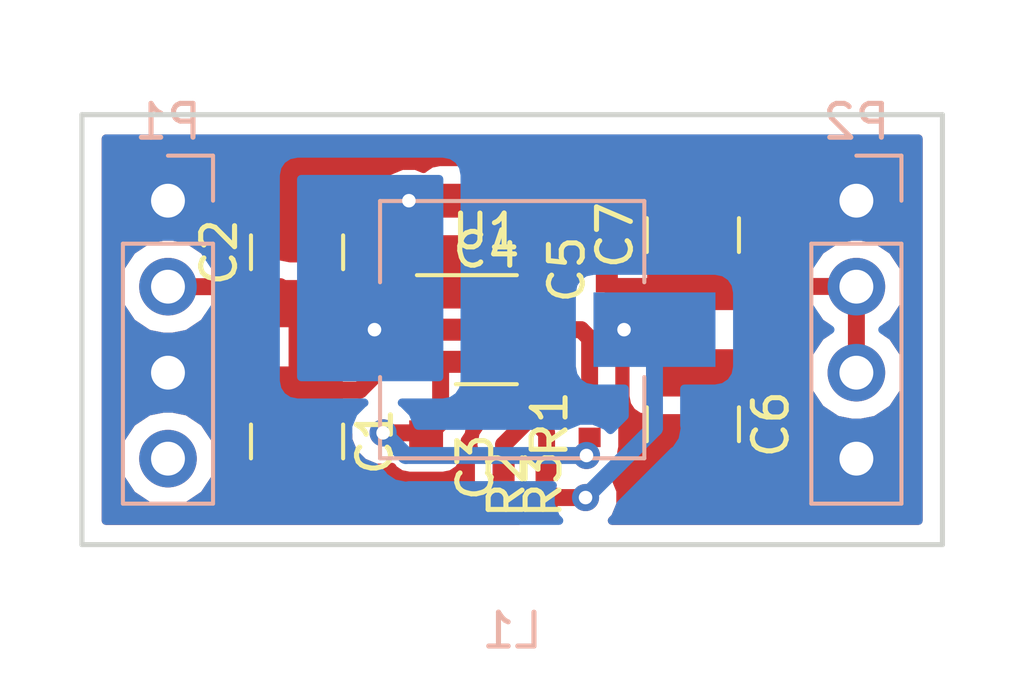
<source format=kicad_pcb>
(kicad_pcb (version 20171130) (host pcbnew "(5.0.0-rc2-30-gcd5f72788)")

  (general
    (thickness 1.6)
    (drawings 4)
    (tracks 55)
    (zones 0)
    (modules 14)
    (nets 8)
  )

  (page A4)
  (layers
    (0 F.Cu signal)
    (31 B.Cu signal)
    (32 B.Adhes user)
    (33 F.Adhes user)
    (34 B.Paste user)
    (35 F.Paste user)
    (36 B.SilkS user)
    (37 F.SilkS user)
    (38 B.Mask user)
    (39 F.Mask user)
    (40 Dwgs.User user)
    (41 Cmts.User user)
    (42 Eco1.User user)
    (43 Eco2.User user)
    (44 Edge.Cuts user)
    (45 Margin user)
    (46 B.CrtYd user)
    (47 F.CrtYd user)
    (48 B.Fab user)
    (49 F.Fab user)
  )

  (setup
    (last_trace_width 0.5)
    (trace_clearance 0.2)
    (zone_clearance 0.508)
    (zone_45_only no)
    (trace_min 0.2)
    (segment_width 0.2)
    (edge_width 0.15)
    (via_size 0.8)
    (via_drill 0.4)
    (via_min_size 0.4)
    (via_min_drill 0.3)
    (uvia_size 0.3)
    (uvia_drill 0.1)
    (uvias_allowed no)
    (uvia_min_size 0.2)
    (uvia_min_drill 0.1)
    (pcb_text_width 0.3)
    (pcb_text_size 1.5 1.5)
    (mod_edge_width 0.15)
    (mod_text_size 1 1)
    (mod_text_width 0.15)
    (pad_size 1.524 1.524)
    (pad_drill 0.762)
    (pad_to_mask_clearance 0.2)
    (aux_axis_origin 0 0)
    (visible_elements 7FFFFFFF)
    (pcbplotparams
      (layerselection 0x010fc_ffffffff)
      (usegerberextensions false)
      (usegerberattributes false)
      (usegerberadvancedattributes false)
      (creategerberjobfile false)
      (excludeedgelayer true)
      (linewidth 0.100000)
      (plotframeref false)
      (viasonmask false)
      (mode 1)
      (useauxorigin false)
      (hpglpennumber 1)
      (hpglpenspeed 20)
      (hpglpendiameter 15)
      (psnegative false)
      (psa4output false)
      (plotreference true)
      (plotvalue true)
      (plotinvisibletext false)
      (padsonsilk false)
      (subtractmaskfromsilk false)
      (outputformat 1)
      (mirror false)
      (drillshape 1)
      (scaleselection 1)
      (outputdirectory ""))
  )

  (net 0 "")
  (net 1 SW)
  (net 2 VOUT)
  (net 3 VIN)
  (net 4 EN)
  (net 5 FB)
  (net 6 GND)
  (net 7 BOOT)

  (net_class Default "Dies ist die voreingestellte Netzklasse."
    (clearance 0.2)
    (trace_width 0.5)
    (via_dia 0.8)
    (via_drill 0.4)
    (uvia_dia 0.3)
    (uvia_drill 0.1)
    (add_net BOOT)
    (add_net EN)
    (add_net FB)
    (add_net GND)
    (add_net SW)
    (add_net VIN)
    (add_net VOUT)
  )

  (module Connector_PinHeader_2.54mm:PinHeader_1x04_P2.54mm_Vertical (layer B.Cu) (tedit 59FED5CC) (tstamp 5B2DA983)
    (at 119.38 96.52 180)
    (descr "Through hole straight pin header, 1x04, 2.54mm pitch, single row")
    (tags "Through hole pin header THT 1x04 2.54mm single row")
    (path /5B1A2E4C)
    (fp_text reference P2 (at 0 2.33 180) (layer B.SilkS)
      (effects (font (size 1 1) (thickness 0.15)) (justify mirror))
    )
    (fp_text value CONN_01X04 (at 0 -9.95 180) (layer B.Fab)
      (effects (font (size 1 1) (thickness 0.15)) (justify mirror))
    )
    (fp_text user %R (at 0 -3.81 90) (layer B.Fab)
      (effects (font (size 1 1) (thickness 0.15)) (justify mirror))
    )
    (fp_line (start 1.8 1.8) (end -1.8 1.8) (layer B.CrtYd) (width 0.05))
    (fp_line (start 1.8 -9.4) (end 1.8 1.8) (layer B.CrtYd) (width 0.05))
    (fp_line (start -1.8 -9.4) (end 1.8 -9.4) (layer B.CrtYd) (width 0.05))
    (fp_line (start -1.8 1.8) (end -1.8 -9.4) (layer B.CrtYd) (width 0.05))
    (fp_line (start -1.33 1.33) (end 0 1.33) (layer B.SilkS) (width 0.12))
    (fp_line (start -1.33 0) (end -1.33 1.33) (layer B.SilkS) (width 0.12))
    (fp_line (start -1.33 -1.27) (end 1.33 -1.27) (layer B.SilkS) (width 0.12))
    (fp_line (start 1.33 -1.27) (end 1.33 -8.95) (layer B.SilkS) (width 0.12))
    (fp_line (start -1.33 -1.27) (end -1.33 -8.95) (layer B.SilkS) (width 0.12))
    (fp_line (start -1.33 -8.95) (end 1.33 -8.95) (layer B.SilkS) (width 0.12))
    (fp_line (start -1.27 0.635) (end -0.635 1.27) (layer B.Fab) (width 0.1))
    (fp_line (start -1.27 -8.89) (end -1.27 0.635) (layer B.Fab) (width 0.1))
    (fp_line (start 1.27 -8.89) (end -1.27 -8.89) (layer B.Fab) (width 0.1))
    (fp_line (start 1.27 1.27) (end 1.27 -8.89) (layer B.Fab) (width 0.1))
    (fp_line (start -0.635 1.27) (end 1.27 1.27) (layer B.Fab) (width 0.1))
    (pad 4 thru_hole oval (at 0 -7.62 180) (size 1.7 1.7) (drill 1) (layers *.Cu *.Mask)
      (net 6 GND))
    (pad 3 thru_hole oval (at 0 -5.08 180) (size 1.7 1.7) (drill 1) (layers *.Cu *.Mask)
      (net 2 VOUT))
    (pad 2 thru_hole oval (at 0 -2.54 180) (size 1.7 1.7) (drill 1) (layers *.Cu *.Mask)
      (net 2 VOUT))
    (pad 1 thru_hole rect (at 0 0 180) (size 1.7 1.7) (drill 1) (layers *.Cu *.Mask)
      (net 6 GND))
    (model ${KISYS3DMOD}/Connector_PinHeader_2.54mm.3dshapes/PinHeader_1x04_P2.54mm_Vertical.wrl
      (at (xyz 0 0 0))
      (scale (xyz 1 1 1))
      (rotate (xyz 0 0 0))
    )
  )

  (module Connector_PinHeader_2.54mm:PinHeader_1x04_P2.54mm_Vertical (layer B.Cu) (tedit 59FED5CC) (tstamp 5B2DA96C)
    (at 99.06 96.52 180)
    (descr "Through hole straight pin header, 1x04, 2.54mm pitch, single row")
    (tags "Through hole pin header THT 1x04 2.54mm single row")
    (path /5B1A2ECE)
    (fp_text reference P1 (at 0 2.33 180) (layer B.SilkS)
      (effects (font (size 1 1) (thickness 0.15)) (justify mirror))
    )
    (fp_text value CONN_01X04 (at 0 -9.95 180) (layer B.Fab)
      (effects (font (size 1 1) (thickness 0.15)) (justify mirror))
    )
    (fp_line (start -0.635 1.27) (end 1.27 1.27) (layer B.Fab) (width 0.1))
    (fp_line (start 1.27 1.27) (end 1.27 -8.89) (layer B.Fab) (width 0.1))
    (fp_line (start 1.27 -8.89) (end -1.27 -8.89) (layer B.Fab) (width 0.1))
    (fp_line (start -1.27 -8.89) (end -1.27 0.635) (layer B.Fab) (width 0.1))
    (fp_line (start -1.27 0.635) (end -0.635 1.27) (layer B.Fab) (width 0.1))
    (fp_line (start -1.33 -8.95) (end 1.33 -8.95) (layer B.SilkS) (width 0.12))
    (fp_line (start -1.33 -1.27) (end -1.33 -8.95) (layer B.SilkS) (width 0.12))
    (fp_line (start 1.33 -1.27) (end 1.33 -8.95) (layer B.SilkS) (width 0.12))
    (fp_line (start -1.33 -1.27) (end 1.33 -1.27) (layer B.SilkS) (width 0.12))
    (fp_line (start -1.33 0) (end -1.33 1.33) (layer B.SilkS) (width 0.12))
    (fp_line (start -1.33 1.33) (end 0 1.33) (layer B.SilkS) (width 0.12))
    (fp_line (start -1.8 1.8) (end -1.8 -9.4) (layer B.CrtYd) (width 0.05))
    (fp_line (start -1.8 -9.4) (end 1.8 -9.4) (layer B.CrtYd) (width 0.05))
    (fp_line (start 1.8 -9.4) (end 1.8 1.8) (layer B.CrtYd) (width 0.05))
    (fp_line (start 1.8 1.8) (end -1.8 1.8) (layer B.CrtYd) (width 0.05))
    (fp_text user %R (at 0 -3.81 90) (layer B.Fab)
      (effects (font (size 1 1) (thickness 0.15)) (justify mirror))
    )
    (pad 1 thru_hole rect (at 0 0 180) (size 1.7 1.7) (drill 1) (layers *.Cu *.Mask)
      (net 6 GND))
    (pad 2 thru_hole oval (at 0 -2.54 180) (size 1.7 1.7) (drill 1) (layers *.Cu *.Mask)
      (net 3 VIN))
    (pad 3 thru_hole oval (at 0 -5.08 180) (size 1.7 1.7) (drill 1) (layers *.Cu *.Mask)
      (net 6 GND))
    (pad 4 thru_hole oval (at 0 -7.62 180) (size 1.7 1.7) (drill 1) (layers *.Cu *.Mask)
      (net 4 EN))
    (model ${KISYS3DMOD}/Connector_PinHeader_2.54mm.3dshapes/PinHeader_1x04_P2.54mm_Vertical.wrl
      (at (xyz 0 0 0))
      (scale (xyz 1 1 1))
      (rotate (xyz 0 0 0))
    )
  )

  (module Package_TO_SOT_SMD:SOT-23-6_Handsoldering (layer F.Cu) (tedit 5A02FF57) (tstamp 5B25B0BE)
    (at 108.458 100.33)
    (descr "6-pin SOT-23 package, Handsoldering")
    (tags "SOT-23-6 Handsoldering")
    (path /5B19C100)
    (attr smd)
    (fp_text reference U1 (at 0 -2.9) (layer F.SilkS)
      (effects (font (size 1 1) (thickness 0.15)))
    )
    (fp_text value TPS54308DDC (at 0 2.9) (layer F.Fab)
      (effects (font (size 1 1) (thickness 0.15)))
    )
    (fp_text user %R (at 0 0 90) (layer F.Fab)
      (effects (font (size 0.5 0.5) (thickness 0.075)))
    )
    (fp_line (start -0.9 1.61) (end 0.9 1.61) (layer F.SilkS) (width 0.12))
    (fp_line (start 0.9 -1.61) (end -2.05 -1.61) (layer F.SilkS) (width 0.12))
    (fp_line (start -2.4 1.8) (end -2.4 -1.8) (layer F.CrtYd) (width 0.05))
    (fp_line (start 2.4 1.8) (end -2.4 1.8) (layer F.CrtYd) (width 0.05))
    (fp_line (start 2.4 -1.8) (end 2.4 1.8) (layer F.CrtYd) (width 0.05))
    (fp_line (start -2.4 -1.8) (end 2.4 -1.8) (layer F.CrtYd) (width 0.05))
    (fp_line (start -0.9 -0.9) (end -0.25 -1.55) (layer F.Fab) (width 0.1))
    (fp_line (start 0.9 -1.55) (end -0.25 -1.55) (layer F.Fab) (width 0.1))
    (fp_line (start -0.9 -0.9) (end -0.9 1.55) (layer F.Fab) (width 0.1))
    (fp_line (start 0.9 1.55) (end -0.9 1.55) (layer F.Fab) (width 0.1))
    (fp_line (start 0.9 -1.55) (end 0.9 1.55) (layer F.Fab) (width 0.1))
    (pad 1 smd rect (at -1.35 -0.95) (size 1.56 0.65) (layers F.Cu F.Paste F.Mask)
      (net 6 GND))
    (pad 2 smd rect (at -1.35 0) (size 1.56 0.65) (layers F.Cu F.Paste F.Mask)
      (net 1 SW))
    (pad 3 smd rect (at -1.35 0.95) (size 1.56 0.65) (layers F.Cu F.Paste F.Mask)
      (net 3 VIN))
    (pad 4 smd rect (at 1.35 0.95) (size 1.56 0.65) (layers F.Cu F.Paste F.Mask)
      (net 5 FB))
    (pad 6 smd rect (at 1.35 -0.95) (size 1.56 0.65) (layers F.Cu F.Paste F.Mask)
      (net 7 BOOT))
    (pad 5 smd rect (at 1.35 0) (size 1.56 0.65) (layers F.Cu F.Paste F.Mask)
      (net 4 EN))
    (model ${KISYS3DMOD}/Package_TO_SOT_SMD.3dshapes/SOT-23-6.wrl
      (at (xyz 0 0 0))
      (scale (xyz 1 1 1))
      (rotate (xyz 0 0 0))
    )
  )

  (module Capacitor_SMD:C_0402_1005Metric (layer F.Cu) (tedit 5AC5DB74) (tstamp 5B25AB06)
    (at 112.014 98.552 90)
    (descr "Capacitor SMD 0402 (1005 Metric), square (rectangular) end terminal, IPC_7351 nominal, (Body size source: http://www.tortai-tech.com/upload/download/2011102023233369053.pdf), generated with kicad-footprint-generator")
    (tags capacitor)
    (path /5B1AEE37)
    (attr smd)
    (fp_text reference C5 (at 0 -1.18 90) (layer F.SilkS)
      (effects (font (size 1 1) (thickness 0.15)))
    )
    (fp_text value 100n/6.3V/0402 (at 0 1.18 90) (layer F.Fab)
      (effects (font (size 1 1) (thickness 0.15)))
    )
    (fp_line (start -0.5 0.25) (end -0.5 -0.25) (layer F.Fab) (width 0.1))
    (fp_line (start -0.5 -0.25) (end 0.5 -0.25) (layer F.Fab) (width 0.1))
    (fp_line (start 0.5 -0.25) (end 0.5 0.25) (layer F.Fab) (width 0.1))
    (fp_line (start 0.5 0.25) (end -0.5 0.25) (layer F.Fab) (width 0.1))
    (fp_line (start -0.82 0.48) (end -0.82 -0.48) (layer F.CrtYd) (width 0.05))
    (fp_line (start -0.82 -0.48) (end 0.82 -0.48) (layer F.CrtYd) (width 0.05))
    (fp_line (start 0.82 -0.48) (end 0.82 0.48) (layer F.CrtYd) (width 0.05))
    (fp_line (start 0.82 0.48) (end -0.82 0.48) (layer F.CrtYd) (width 0.05))
    (fp_text user %R (at 0 0 90) (layer F.Fab)
      (effects (font (size 0.25 0.25) (thickness 0.04)))
    )
    (pad 1 smd rect (at -0.3875 0 90) (size 0.575 0.65) (layers F.Cu F.Paste F.Mask)
      (net 2 VOUT))
    (pad 2 smd rect (at 0.3875 0 90) (size 0.575 0.65) (layers F.Cu F.Paste F.Mask)
      (net 6 GND))
    (model ${KISYS3DMOD}/Capacitor_SMD.3dshapes/C_0402_1005Metric.wrl
      (at (xyz 0 0 0))
      (scale (xyz 1 1 1))
      (rotate (xyz 0 0 0))
    )
  )

  (module Capacitor_SMD:C_0603_1608Metric_Pad0.99x1.00mm_HandSolder (layer F.Cu) (tedit 5AC5DB74) (tstamp 5B2026F2)
    (at 108.458 96.52 180)
    (descr "Capacitor SMD 0603 (1608 Metric), square (rectangular) end terminal, IPC_7351 nominal with elongated pad for handsoldering. (Body size source: http://www.tortai-tech.com/upload/download/2011102023233369053.pdf), generated with kicad-footprint-generator")
    (tags "capacitor handsolder")
    (path /5B19C1B9)
    (attr smd)
    (fp_text reference C4 (at 0 -1.45 180) (layer F.SilkS)
      (effects (font (size 1 1) (thickness 0.15)))
    )
    (fp_text value 100n/50V/0603 (at 0 1.45 180) (layer F.Fab)
      (effects (font (size 1 1) (thickness 0.15)))
    )
    (fp_text user %R (at 0 0 180) (layer F.Fab)
      (effects (font (size 0.4 0.4) (thickness 0.06)))
    )
    (fp_line (start 1.64 0.75) (end -1.64 0.75) (layer F.CrtYd) (width 0.05))
    (fp_line (start 1.64 -0.75) (end 1.64 0.75) (layer F.CrtYd) (width 0.05))
    (fp_line (start -1.64 -0.75) (end 1.64 -0.75) (layer F.CrtYd) (width 0.05))
    (fp_line (start -1.64 0.75) (end -1.64 -0.75) (layer F.CrtYd) (width 0.05))
    (fp_line (start 0.8 0.4) (end -0.8 0.4) (layer F.Fab) (width 0.1))
    (fp_line (start 0.8 -0.4) (end 0.8 0.4) (layer F.Fab) (width 0.1))
    (fp_line (start -0.8 -0.4) (end 0.8 -0.4) (layer F.Fab) (width 0.1))
    (fp_line (start -0.8 0.4) (end -0.8 -0.4) (layer F.Fab) (width 0.1))
    (pad 2 smd rect (at 0.8875 0 180) (size 0.995 1) (layers F.Cu F.Paste F.Mask)
      (net 1 SW))
    (pad 1 smd rect (at -0.8875 0 180) (size 0.995 1) (layers F.Cu F.Paste F.Mask)
      (net 7 BOOT))
    (model ${KISYS3DMOD}/Capacitor_SMD.3dshapes/C_0603_1608Metric.wrl
      (at (xyz 0 0 0))
      (scale (xyz 1 1 1))
      (rotate (xyz 0 0 0))
    )
  )

  (module Capacitor_SMD:C_0603_1608Metric_Pad0.99x1.00mm_HandSolder (layer F.Cu) (tedit 5AC5DB74) (tstamp 5B25AAE8)
    (at 106.68 104.394 270)
    (descr "Capacitor SMD 0603 (1608 Metric), square (rectangular) end terminal, IPC_7351 nominal with elongated pad for handsoldering. (Body size source: http://www.tortai-tech.com/upload/download/2011102023233369053.pdf), generated with kicad-footprint-generator")
    (tags "capacitor handsolder")
    (path /5B1AC376)
    (attr smd)
    (fp_text reference C3 (at 0 -1.45 270) (layer F.SilkS)
      (effects (font (size 1 1) (thickness 0.15)))
    )
    (fp_text value 100n/50V/0603 (at 0 1.45 270) (layer F.Fab)
      (effects (font (size 1 1) (thickness 0.15)))
    )
    (fp_line (start -0.8 0.4) (end -0.8 -0.4) (layer F.Fab) (width 0.1))
    (fp_line (start -0.8 -0.4) (end 0.8 -0.4) (layer F.Fab) (width 0.1))
    (fp_line (start 0.8 -0.4) (end 0.8 0.4) (layer F.Fab) (width 0.1))
    (fp_line (start 0.8 0.4) (end -0.8 0.4) (layer F.Fab) (width 0.1))
    (fp_line (start -1.64 0.75) (end -1.64 -0.75) (layer F.CrtYd) (width 0.05))
    (fp_line (start -1.64 -0.75) (end 1.64 -0.75) (layer F.CrtYd) (width 0.05))
    (fp_line (start 1.64 -0.75) (end 1.64 0.75) (layer F.CrtYd) (width 0.05))
    (fp_line (start 1.64 0.75) (end -1.64 0.75) (layer F.CrtYd) (width 0.05))
    (fp_text user %R (at 0 0) (layer F.Fab)
      (effects (font (size 0.4 0.4) (thickness 0.06)))
    )
    (pad 1 smd rect (at -0.8875 0 270) (size 0.995 1) (layers F.Cu F.Paste F.Mask)
      (net 3 VIN))
    (pad 2 smd rect (at 0.8875 0 270) (size 0.995 1) (layers F.Cu F.Paste F.Mask)
      (net 6 GND))
    (model ${KISYS3DMOD}/Capacitor_SMD.3dshapes/C_0603_1608Metric.wrl
      (at (xyz 0 0 0))
      (scale (xyz 1 1 1))
      (rotate (xyz 0 0 0))
    )
  )

  (module Capacitor_SMD:C_1210_3225Metric_Pad1.39x2.70mm_HandSolder (layer F.Cu) (tedit 5AC5DB74) (tstamp 5B25AAD9)
    (at 114.554 97.536 90)
    (descr "Capacitor SMD 1210 (3225 Metric), square (rectangular) end terminal, IPC_7351 nominal with elongated pad for handsoldering. (Body size source: http://www.tortai-tech.com/upload/download/2011102023233369053.pdf), generated with kicad-footprint-generator")
    (tags "capacitor handsolder")
    (path /5B19C265)
    (attr smd)
    (fp_text reference C7 (at 0 -2.3 90) (layer F.SilkS)
      (effects (font (size 1 1) (thickness 0.15)))
    )
    (fp_text value 22u/6.3V/1210 (at 0 2.3 90) (layer F.Fab)
      (effects (font (size 1 1) (thickness 0.15)))
    )
    (fp_text user %R (at 0 0 90) (layer F.Fab)
      (effects (font (size 0.8 0.8) (thickness 0.12)))
    )
    (fp_line (start 2.46 1.6) (end -2.46 1.6) (layer F.CrtYd) (width 0.05))
    (fp_line (start 2.46 -1.6) (end 2.46 1.6) (layer F.CrtYd) (width 0.05))
    (fp_line (start -2.46 -1.6) (end 2.46 -1.6) (layer F.CrtYd) (width 0.05))
    (fp_line (start -2.46 1.6) (end -2.46 -1.6) (layer F.CrtYd) (width 0.05))
    (fp_line (start -0.5 1.36) (end 0.5 1.36) (layer F.SilkS) (width 0.12))
    (fp_line (start -0.5 -1.36) (end 0.5 -1.36) (layer F.SilkS) (width 0.12))
    (fp_line (start 1.6 1.25) (end -1.6 1.25) (layer F.Fab) (width 0.1))
    (fp_line (start 1.6 -1.25) (end 1.6 1.25) (layer F.Fab) (width 0.1))
    (fp_line (start -1.6 -1.25) (end 1.6 -1.25) (layer F.Fab) (width 0.1))
    (fp_line (start -1.6 1.25) (end -1.6 -1.25) (layer F.Fab) (width 0.1))
    (pad 2 smd rect (at 1.5175 0 90) (size 1.395 2.7) (layers F.Cu F.Paste F.Mask)
      (net 6 GND))
    (pad 1 smd rect (at -1.5175 0 90) (size 1.395 2.7) (layers F.Cu F.Paste F.Mask)
      (net 2 VOUT))
    (model ${KISYS3DMOD}/Capacitor_SMD.3dshapes/C_1210_3225Metric.wrl
      (at (xyz 0 0 0))
      (scale (xyz 1 1 1))
      (rotate (xyz 0 0 0))
    )
  )

  (module Capacitor_SMD:C_1210_3225Metric_Pad1.39x2.70mm_HandSolder (layer F.Cu) (tedit 5AC5DB74) (tstamp 5B25AAC8)
    (at 114.554 103.124 270)
    (descr "Capacitor SMD 1210 (3225 Metric), square (rectangular) end terminal, IPC_7351 nominal with elongated pad for handsoldering. (Body size source: http://www.tortai-tech.com/upload/download/2011102023233369053.pdf), generated with kicad-footprint-generator")
    (tags "capacitor handsolder")
    (path /5B19C216)
    (attr smd)
    (fp_text reference C6 (at 0 -2.3 270) (layer F.SilkS)
      (effects (font (size 1 1) (thickness 0.15)))
    )
    (fp_text value 22u/6.3V/1210 (at 0 2.3 270) (layer F.Fab)
      (effects (font (size 1 1) (thickness 0.15)))
    )
    (fp_line (start -1.6 1.25) (end -1.6 -1.25) (layer F.Fab) (width 0.1))
    (fp_line (start -1.6 -1.25) (end 1.6 -1.25) (layer F.Fab) (width 0.1))
    (fp_line (start 1.6 -1.25) (end 1.6 1.25) (layer F.Fab) (width 0.1))
    (fp_line (start 1.6 1.25) (end -1.6 1.25) (layer F.Fab) (width 0.1))
    (fp_line (start -0.5 -1.36) (end 0.5 -1.36) (layer F.SilkS) (width 0.12))
    (fp_line (start -0.5 1.36) (end 0.5 1.36) (layer F.SilkS) (width 0.12))
    (fp_line (start -2.46 1.6) (end -2.46 -1.6) (layer F.CrtYd) (width 0.05))
    (fp_line (start -2.46 -1.6) (end 2.46 -1.6) (layer F.CrtYd) (width 0.05))
    (fp_line (start 2.46 -1.6) (end 2.46 1.6) (layer F.CrtYd) (width 0.05))
    (fp_line (start 2.46 1.6) (end -2.46 1.6) (layer F.CrtYd) (width 0.05))
    (fp_text user %R (at 0 0 270) (layer F.Fab)
      (effects (font (size 0.8 0.8) (thickness 0.12)))
    )
    (pad 1 smd rect (at -1.5175 0 270) (size 1.395 2.7) (layers F.Cu F.Paste F.Mask)
      (net 2 VOUT))
    (pad 2 smd rect (at 1.5175 0 270) (size 1.395 2.7) (layers F.Cu F.Paste F.Mask)
      (net 6 GND))
    (model ${KISYS3DMOD}/Capacitor_SMD.3dshapes/C_1210_3225Metric.wrl
      (at (xyz 0 0 0))
      (scale (xyz 1 1 1))
      (rotate (xyz 0 0 0))
    )
  )

  (module Capacitor_SMD:C_1210_3225Metric_Pad1.39x2.70mm_HandSolder (layer F.Cu) (tedit 5AC5DB74) (tstamp 5B25AAB7)
    (at 102.87 98.044 90)
    (descr "Capacitor SMD 1210 (3225 Metric), square (rectangular) end terminal, IPC_7351 nominal with elongated pad for handsoldering. (Body size source: http://www.tortai-tech.com/upload/download/2011102023233369053.pdf), generated with kicad-footprint-generator")
    (tags "capacitor handsolder")
    (path /5B19C2C6)
    (attr smd)
    (fp_text reference C2 (at 0 -2.3 90) (layer F.SilkS)
      (effects (font (size 1 1) (thickness 0.15)))
    )
    (fp_text value 10u/50V/1210 (at 0 2.3 90) (layer F.Fab)
      (effects (font (size 1 1) (thickness 0.15)))
    )
    (fp_text user %R (at 0 0 90) (layer F.Fab)
      (effects (font (size 0.8 0.8) (thickness 0.12)))
    )
    (fp_line (start 2.46 1.6) (end -2.46 1.6) (layer F.CrtYd) (width 0.05))
    (fp_line (start 2.46 -1.6) (end 2.46 1.6) (layer F.CrtYd) (width 0.05))
    (fp_line (start -2.46 -1.6) (end 2.46 -1.6) (layer F.CrtYd) (width 0.05))
    (fp_line (start -2.46 1.6) (end -2.46 -1.6) (layer F.CrtYd) (width 0.05))
    (fp_line (start -0.5 1.36) (end 0.5 1.36) (layer F.SilkS) (width 0.12))
    (fp_line (start -0.5 -1.36) (end 0.5 -1.36) (layer F.SilkS) (width 0.12))
    (fp_line (start 1.6 1.25) (end -1.6 1.25) (layer F.Fab) (width 0.1))
    (fp_line (start 1.6 -1.25) (end 1.6 1.25) (layer F.Fab) (width 0.1))
    (fp_line (start -1.6 -1.25) (end 1.6 -1.25) (layer F.Fab) (width 0.1))
    (fp_line (start -1.6 1.25) (end -1.6 -1.25) (layer F.Fab) (width 0.1))
    (pad 2 smd rect (at 1.5175 0 90) (size 1.395 2.7) (layers F.Cu F.Paste F.Mask)
      (net 6 GND))
    (pad 1 smd rect (at -1.5175 0 90) (size 1.395 2.7) (layers F.Cu F.Paste F.Mask)
      (net 3 VIN))
    (model ${KISYS3DMOD}/Capacitor_SMD.3dshapes/C_1210_3225Metric.wrl
      (at (xyz 0 0 0))
      (scale (xyz 1 1 1))
      (rotate (xyz 0 0 0))
    )
  )

  (module Capacitor_SMD:C_1210_3225Metric_Pad1.39x2.70mm_HandSolder (layer F.Cu) (tedit 5AC5DB74) (tstamp 5B25AAA6)
    (at 102.87 103.632 270)
    (descr "Capacitor SMD 1210 (3225 Metric), square (rectangular) end terminal, IPC_7351 nominal with elongated pad for handsoldering. (Body size source: http://www.tortai-tech.com/upload/download/2011102023233369053.pdf), generated with kicad-footprint-generator")
    (tags "capacitor handsolder")
    (path /5B19C353)
    (attr smd)
    (fp_text reference C1 (at 0 -2.3 270) (layer F.SilkS)
      (effects (font (size 1 1) (thickness 0.15)))
    )
    (fp_text value 10u/50V/1210 (at 0 2.3 270) (layer F.Fab)
      (effects (font (size 1 1) (thickness 0.15)))
    )
    (fp_line (start -1.6 1.25) (end -1.6 -1.25) (layer F.Fab) (width 0.1))
    (fp_line (start -1.6 -1.25) (end 1.6 -1.25) (layer F.Fab) (width 0.1))
    (fp_line (start 1.6 -1.25) (end 1.6 1.25) (layer F.Fab) (width 0.1))
    (fp_line (start 1.6 1.25) (end -1.6 1.25) (layer F.Fab) (width 0.1))
    (fp_line (start -0.5 -1.36) (end 0.5 -1.36) (layer F.SilkS) (width 0.12))
    (fp_line (start -0.5 1.36) (end 0.5 1.36) (layer F.SilkS) (width 0.12))
    (fp_line (start -2.46 1.6) (end -2.46 -1.6) (layer F.CrtYd) (width 0.05))
    (fp_line (start -2.46 -1.6) (end 2.46 -1.6) (layer F.CrtYd) (width 0.05))
    (fp_line (start 2.46 -1.6) (end 2.46 1.6) (layer F.CrtYd) (width 0.05))
    (fp_line (start 2.46 1.6) (end -2.46 1.6) (layer F.CrtYd) (width 0.05))
    (fp_text user %R (at 0 0 270) (layer F.Fab)
      (effects (font (size 0.8 0.8) (thickness 0.12)))
    )
    (pad 1 smd rect (at -1.5175 0 270) (size 1.395 2.7) (layers F.Cu F.Paste F.Mask)
      (net 3 VIN))
    (pad 2 smd rect (at 1.5175 0 270) (size 1.395 2.7) (layers F.Cu F.Paste F.Mask)
      (net 6 GND))
    (model ${KISYS3DMOD}/Capacitor_SMD.3dshapes/C_1210_3225Metric.wrl
      (at (xyz 0 0 0))
      (scale (xyz 1 1 1))
      (rotate (xyz 0 0 0))
    )
  )

  (module Resistor_SMD:R_0402_1005Metric (layer F.Cu) (tedit 5AC5DB74) (tstamp 5B25AA1F)
    (at 108.966 104.902 270)
    (descr "Resistor SMD 0402 (1005 Metric), square (rectangular) end terminal, IPC_7351 nominal, (Body size source: http://www.tortai-tech.com/upload/download/2011102023233369053.pdf), generated with kicad-footprint-generator")
    (tags resistor)
    (path /5B19C4A8)
    (attr smd)
    (fp_text reference R3 (at 0 -1.18 270) (layer F.SilkS)
      (effects (font (size 1 1) (thickness 0.15)))
    )
    (fp_text value 22k/0402 (at 0 1.18 270) (layer F.Fab)
      (effects (font (size 1 1) (thickness 0.15)))
    )
    (fp_line (start -0.5 0.25) (end -0.5 -0.25) (layer F.Fab) (width 0.1))
    (fp_line (start -0.5 -0.25) (end 0.5 -0.25) (layer F.Fab) (width 0.1))
    (fp_line (start 0.5 -0.25) (end 0.5 0.25) (layer F.Fab) (width 0.1))
    (fp_line (start 0.5 0.25) (end -0.5 0.25) (layer F.Fab) (width 0.1))
    (fp_line (start -0.82 0.48) (end -0.82 -0.48) (layer F.CrtYd) (width 0.05))
    (fp_line (start -0.82 -0.48) (end 0.82 -0.48) (layer F.CrtYd) (width 0.05))
    (fp_line (start 0.82 -0.48) (end 0.82 0.48) (layer F.CrtYd) (width 0.05))
    (fp_line (start 0.82 0.48) (end -0.82 0.48) (layer F.CrtYd) (width 0.05))
    (fp_text user %R (at 0 0 270) (layer F.Fab)
      (effects (font (size 0.25 0.25) (thickness 0.04)))
    )
    (pad 1 smd rect (at -0.3875 0 270) (size 0.575 0.65) (layers F.Cu F.Paste F.Mask)
      (net 5 FB))
    (pad 2 smd rect (at 0.3875 0 270) (size 0.575 0.65) (layers F.Cu F.Paste F.Mask)
      (net 6 GND))
    (model ${KISYS3DMOD}/Resistor_SMD.3dshapes/R_0402_1005Metric.wrl
      (at (xyz 0 0 0))
      (scale (xyz 1 1 1))
      (rotate (xyz 0 0 0))
    )
  )

  (module Resistor_SMD:R_0402_1005Metric (layer F.Cu) (tedit 5AC5DB74) (tstamp 5B25AA10)
    (at 110.236 104.902 90)
    (descr "Resistor SMD 0402 (1005 Metric), square (rectangular) end terminal, IPC_7351 nominal, (Body size source: http://www.tortai-tech.com/upload/download/2011102023233369053.pdf), generated with kicad-footprint-generator")
    (tags resistor)
    (path /5B19C43D)
    (attr smd)
    (fp_text reference R2 (at 0 -1.18 90) (layer F.SilkS)
      (effects (font (size 1 1) (thickness 0.15)))
    )
    (fp_text value 100k/0402 (at 0 1.18 90) (layer F.Fab)
      (effects (font (size 1 1) (thickness 0.15)))
    )
    (fp_text user %R (at 0 0 90) (layer F.Fab)
      (effects (font (size 0.25 0.25) (thickness 0.04)))
    )
    (fp_line (start 0.82 0.48) (end -0.82 0.48) (layer F.CrtYd) (width 0.05))
    (fp_line (start 0.82 -0.48) (end 0.82 0.48) (layer F.CrtYd) (width 0.05))
    (fp_line (start -0.82 -0.48) (end 0.82 -0.48) (layer F.CrtYd) (width 0.05))
    (fp_line (start -0.82 0.48) (end -0.82 -0.48) (layer F.CrtYd) (width 0.05))
    (fp_line (start 0.5 0.25) (end -0.5 0.25) (layer F.Fab) (width 0.1))
    (fp_line (start 0.5 -0.25) (end 0.5 0.25) (layer F.Fab) (width 0.1))
    (fp_line (start -0.5 -0.25) (end 0.5 -0.25) (layer F.Fab) (width 0.1))
    (fp_line (start -0.5 0.25) (end -0.5 -0.25) (layer F.Fab) (width 0.1))
    (pad 2 smd rect (at 0.3875 0 90) (size 0.575 0.65) (layers F.Cu F.Paste F.Mask)
      (net 5 FB))
    (pad 1 smd rect (at -0.3875 0 90) (size 0.575 0.65) (layers F.Cu F.Paste F.Mask)
      (net 2 VOUT))
    (model ${KISYS3DMOD}/Resistor_SMD.3dshapes/R_0402_1005Metric.wrl
      (at (xyz 0 0 0))
      (scale (xyz 1 1 1))
      (rotate (xyz 0 0 0))
    )
  )

  (module Resistor_SMD:R_0402_1005Metric (layer F.Cu) (tedit 5AC5DB74) (tstamp 5B25AA01)
    (at 111.506 103.124 90)
    (descr "Resistor SMD 0402 (1005 Metric), square (rectangular) end terminal, IPC_7351 nominal, (Body size source: http://www.tortai-tech.com/upload/download/2011102023233369053.pdf), generated with kicad-footprint-generator")
    (tags resistor)
    (path /5B1A08A6)
    (attr smd)
    (fp_text reference R1 (at 0 -1.18 90) (layer F.SilkS)
      (effects (font (size 1 1) (thickness 0.15)))
    )
    (fp_text value 100k/0402 (at 0 1.18 90) (layer F.Fab)
      (effects (font (size 1 1) (thickness 0.15)))
    )
    (fp_line (start -0.5 0.25) (end -0.5 -0.25) (layer F.Fab) (width 0.1))
    (fp_line (start -0.5 -0.25) (end 0.5 -0.25) (layer F.Fab) (width 0.1))
    (fp_line (start 0.5 -0.25) (end 0.5 0.25) (layer F.Fab) (width 0.1))
    (fp_line (start 0.5 0.25) (end -0.5 0.25) (layer F.Fab) (width 0.1))
    (fp_line (start -0.82 0.48) (end -0.82 -0.48) (layer F.CrtYd) (width 0.05))
    (fp_line (start -0.82 -0.48) (end 0.82 -0.48) (layer F.CrtYd) (width 0.05))
    (fp_line (start 0.82 -0.48) (end 0.82 0.48) (layer F.CrtYd) (width 0.05))
    (fp_line (start 0.82 0.48) (end -0.82 0.48) (layer F.CrtYd) (width 0.05))
    (fp_text user %R (at 0 0 90) (layer F.Fab)
      (effects (font (size 0.25 0.25) (thickness 0.04)))
    )
    (pad 1 smd rect (at -0.3875 0 90) (size 0.575 0.65) (layers F.Cu F.Paste F.Mask)
      (net 3 VIN))
    (pad 2 smd rect (at 0.3875 0 90) (size 0.575 0.65) (layers F.Cu F.Paste F.Mask)
      (net 4 EN))
    (model ${KISYS3DMOD}/Resistor_SMD.3dshapes/R_0402_1005Metric.wrl
      (at (xyz 0 0 0))
      (scale (xyz 1 1 1))
      (rotate (xyz 0 0 0))
    )
  )

  (module Inductor_SMD:L_Wuerth_WE-PD-Typ-M-Typ-S_Handsoldering (layer B.Cu) (tedit 5990349D) (tstamp 5B25A70F)
    (at 109.22 100.33)
    (descr "Choke, Drossel, WE-PD, Typ M, Typ S, Wuerth, SMD, Handsoldering,")
    (tags "Choke Drossel WE-PD TypM TypS Wuerth SMD Handsoldering ")
    (path /5B19DE3E)
    (attr smd)
    (fp_text reference L1 (at 0 8.89) (layer B.SilkS)
      (effects (font (size 1 1) (thickness 0.15)) (justify mirror))
    )
    (fp_text value L (at 0 -8.89) (layer B.Fab)
      (effects (font (size 1 1) (thickness 0.15)) (justify mirror))
    )
    (fp_text user %R (at 0 0) (layer B.Fab)
      (effects (font (size 1 1) (thickness 0.15)) (justify mirror))
    )
    (fp_line (start 4.2 4) (end -4.2 4) (layer B.CrtYd) (width 0.05))
    (fp_line (start -4.2 -4) (end 4.2 -4) (layer B.CrtYd) (width 0.05))
    (fp_line (start -4.2 4) (end -4.2 1.4) (layer B.CrtYd) (width 0.05))
    (fp_line (start -4.2 1.4) (end -6.3 1.4) (layer B.CrtYd) (width 0.05))
    (fp_line (start -6.3 1.4) (end -6.3 -1.4) (layer B.CrtYd) (width 0.05))
    (fp_line (start -6.3 -1.4) (end -4.2 -1.4) (layer B.CrtYd) (width 0.05))
    (fp_line (start -4.2 -1.4) (end -4.2 -4) (layer B.CrtYd) (width 0.05))
    (fp_line (start 4.2 -4) (end 4.2 -1.4) (layer B.CrtYd) (width 0.05))
    (fp_line (start 4.2 -1.4) (end 6.3 -1.4) (layer B.CrtYd) (width 0.05))
    (fp_line (start 6.3 -1.4) (end 6.3 1.4) (layer B.CrtYd) (width 0.05))
    (fp_line (start 6.3 1.4) (end 4.2 1.4) (layer B.CrtYd) (width 0.05))
    (fp_line (start 4.2 1.4) (end 4.2 4) (layer B.CrtYd) (width 0.05))
    (fp_line (start 3.9 1.4) (end 3.9 3.8) (layer B.SilkS) (width 0.12))
    (fp_line (start 3.9 3.8) (end -3.9 3.8) (layer B.SilkS) (width 0.12))
    (fp_line (start -3.9 -1.4) (end -3.9 -3.8) (layer B.SilkS) (width 0.12))
    (fp_line (start -3.9 -3.8) (end 3.9 -3.8) (layer B.SilkS) (width 0.12))
    (fp_line (start 3.9 -3.8) (end 3.9 -1.4) (layer B.SilkS) (width 0.12))
    (fp_line (start -3.9 1.4) (end -3.9 3.8) (layer B.SilkS) (width 0.12))
    (fp_line (start -3.75 3.75) (end -3.75 1.65) (layer B.Fab) (width 0.1))
    (fp_line (start 3.75 3.75) (end -3.75 3.75) (layer B.Fab) (width 0.1))
    (fp_line (start 3.75 -3.75) (end 3.75 -1.65) (layer B.Fab) (width 0.1))
    (fp_line (start -3.75 -3.75) (end 3.75 -3.75) (layer B.Fab) (width 0.1))
    (fp_line (start -3.75 -1.65) (end -3.75 -3.75) (layer B.Fab) (width 0.1))
    (fp_line (start 3.75 3.75) (end 3.75 1.65) (layer B.Fab) (width 0.1))
    (fp_line (start -2.55 1.85) (end -2.75 1.6) (layer B.Fab) (width 0.1))
    (fp_line (start -2.2 2.3) (end -2.55 1.85) (layer B.Fab) (width 0.1))
    (fp_line (start -1.75 2.65) (end -2.2 2.3) (layer B.Fab) (width 0.1))
    (fp_line (start -1.15 2.95) (end -1.75 2.65) (layer B.Fab) (width 0.1))
    (fp_line (start -0.55 3.1) (end -1.15 2.95) (layer B.Fab) (width 0.1))
    (fp_line (start 0 3.15) (end -0.55 3.1) (layer B.Fab) (width 0.1))
    (fp_line (start 0.4 3.1) (end 0 3.15) (layer B.Fab) (width 0.1))
    (fp_line (start 1 2.95) (end 0.4 3.1) (layer B.Fab) (width 0.1))
    (fp_line (start 1.5 2.75) (end 1 2.95) (layer B.Fab) (width 0.1))
    (fp_line (start 2 2.4) (end 1.5 2.75) (layer B.Fab) (width 0.1))
    (fp_line (start 2.45 1.95) (end 2 2.4) (layer B.Fab) (width 0.1))
    (fp_line (start 2.7 1.6) (end 2.45 1.95) (layer B.Fab) (width 0.1))
    (fp_line (start 2.4 -2) (end 2.7 -1.6) (layer B.Fab) (width 0.1))
    (fp_line (start 1.95 -2.45) (end 2.4 -2) (layer B.Fab) (width 0.1))
    (fp_line (start 1.4 -2.8) (end 1.95 -2.45) (layer B.Fab) (width 0.1))
    (fp_line (start 0.75 -3.05) (end 1.4 -2.8) (layer B.Fab) (width 0.1))
    (fp_line (start 0.15 -3.15) (end 0.75 -3.05) (layer B.Fab) (width 0.1))
    (fp_line (start -0.35 -3.1) (end 0.15 -3.15) (layer B.Fab) (width 0.1))
    (fp_line (start -0.95 -3) (end -0.35 -3.1) (layer B.Fab) (width 0.1))
    (fp_line (start -1.6 -2.7) (end -0.95 -3) (layer B.Fab) (width 0.1))
    (fp_line (start -2.05 -2.35) (end -1.6 -2.7) (layer B.Fab) (width 0.1))
    (fp_line (start -2.5 -1.95) (end -2.05 -2.35) (layer B.Fab) (width 0.1))
    (fp_line (start -2.75 -1.6) (end -2.5 -1.95) (layer B.Fab) (width 0.1))
    (fp_line (start -3.75 -1.65) (end -3.75 1.8) (layer B.Fab) (width 0.1))
    (fp_line (start 3.75 1.75) (end 3.75 -2.2) (layer B.Fab) (width 0.1))
    (fp_circle (center -1.6 1.65) (end -1.45 1.5) (layer B.Fab) (width 0.1))
    (fp_circle (center 0 0) (end 0.15 -0.15) (layer B.Adhes) (width 0.38))
    (fp_circle (center 0 0) (end 0.55 -0.05) (layer B.Adhes) (width 0.38))
    (fp_circle (center 0 0) (end 0.9 -0.15) (layer B.Adhes) (width 0.38))
    (pad 1 smd rect (at -4.2 0) (size 3.6 2.2) (layers B.Cu B.Paste B.Mask)
      (net 1 SW))
    (pad 2 smd rect (at 4.2 0) (size 3.6 2.2) (layers B.Cu B.Paste B.Mask)
      (net 2 VOUT))
    (model ${KISYS3DMOD}/Inductor_SMD.3dshapes/L_Wuerth_WE-PD-Typ-M-Typ-S.wrl
      (at (xyz 0 0 0))
      (scale (xyz 1 1 1))
      (rotate (xyz 0 0 0))
    )
  )

  (gr_line (start 121.92 106.68) (end 96.52 106.68) (layer Edge.Cuts) (width 0.15))
  (gr_line (start 121.92 93.98) (end 121.92 106.68) (layer Edge.Cuts) (width 0.15))
  (gr_line (start 96.52 93.98) (end 121.92 93.98) (layer Edge.Cuts) (width 0.15))
  (gr_line (start 96.52 106.68) (end 96.52 93.98) (layer Edge.Cuts) (width 0.15))

  (segment (start 107.108 100.33) (end 105.41 100.33) (width 0.6) (layer F.Cu) (net 1))
  (segment (start 105.41 100.33) (end 105.156 100.33) (width 0.6) (layer F.Cu) (net 1))
  (via (at 105.156 100.33) (size 0.8) (drill 0.4) (layers F.Cu B.Cu) (net 1))
  (segment (start 107.5705 96.52) (end 106.573 96.52) (width 0.5) (layer F.Cu) (net 1))
  (segment (start 106.573 96.52) (end 106.172 96.52) (width 0.5) (layer F.Cu) (net 1))
  (via (at 106.172 96.52) (size 0.8) (drill 0.4) (layers F.Cu B.Cu) (net 1))
  (segment (start 105.02 98.73) (end 105.02 100.33) (width 0.5) (layer B.Cu) (net 1))
  (segment (start 105.02 97.106315) (end 105.02 98.73) (width 0.5) (layer B.Cu) (net 1))
  (segment (start 105.606315 96.52) (end 105.02 97.106315) (width 0.5) (layer B.Cu) (net 1))
  (segment (start 106.172 96.52) (end 105.606315 96.52) (width 0.5) (layer B.Cu) (net 1))
  (segment (start 112.128 99.0535) (end 112.014 98.9395) (width 0.5) (layer F.Cu) (net 2))
  (segment (start 114.554 99.0535) (end 112.128 99.0535) (width 0.5) (layer F.Cu) (net 2))
  (segment (start 114.554 101.6065) (end 114.554 99.0535) (width 0.5) (layer F.Cu) (net 2))
  (segment (start 114.554 100.251) (end 114.475 100.33) (width 0.5) (layer F.Cu) (net 2))
  (segment (start 114.554 99.0535) (end 114.554 100.251) (width 0.5) (layer F.Cu) (net 2))
  (via (at 112.522 100.33) (size 0.8) (drill 0.4) (layers F.Cu B.Cu) (net 2))
  (segment (start 114.475 100.33) (end 112.522 100.33) (width 0.5) (layer F.Cu) (net 2))
  (segment (start 110.236 105.2895) (end 111.3855 105.2895) (width 0.5) (layer F.Cu) (net 2))
  (via (at 111.3855 105.2895) (size 0.8) (drill 0.4) (layers F.Cu B.Cu) (net 2))
  (segment (start 113.42 103.242) (end 113.42 100.33) (width 0.5) (layer B.Cu) (net 2))
  (segment (start 111.3855 105.2895) (end 111.3725 105.2895) (width 0.5) (layer B.Cu) (net 2))
  (segment (start 111.3725 105.2895) (end 113.42 103.242) (width 0.5) (layer B.Cu) (net 2))
  (segment (start 119.3735 99.0535) (end 119.38 99.06) (width 0.5) (layer F.Cu) (net 2))
  (segment (start 114.554 99.0535) (end 119.3735 99.0535) (width 0.5) (layer F.Cu) (net 2))
  (segment (start 119.38 101.6) (end 119.38 99.06) (width 0.5) (layer F.Cu) (net 2))
  (segment (start 107.108 103.0785) (end 106.68 103.5065) (width 0.5) (layer F.Cu) (net 3))
  (segment (start 107.108 101.28) (end 107.108 103.0785) (width 0.5) (layer F.Cu) (net 3))
  (segment (start 102.87 102.1145) (end 102.87 99.5615) (width 0.5) (layer F.Cu) (net 3))
  (segment (start 105.5545 101.28) (end 107.108 101.28) (width 0.5) (layer F.Cu) (net 3))
  (segment (start 102.87 102.1145) (end 104.72 102.1145) (width 0.5) (layer F.Cu) (net 3))
  (segment (start 104.72 102.1145) (end 105.5545 101.28) (width 0.5) (layer F.Cu) (net 3))
  (via (at 111.412959 104.046959) (size 0.8) (drill 0.4) (layers F.Cu B.Cu) (net 3))
  (segment (start 111.506 104.14) (end 111.412959 104.046959) (width 0.5) (layer F.Cu) (net 3))
  (segment (start 111.506 103.5115) (end 111.412959 104.046959) (width 0.5) (layer F.Cu) (net 3))
  (segment (start 111.412959 104.046959) (end 106.078959 104.046959) (width 0.5) (layer B.Cu) (net 3))
  (via (at 105.41 103.378) (size 0.8) (drill 0.4) (layers F.Cu B.Cu) (net 3))
  (segment (start 106.078959 104.046959) (end 105.41 103.378) (width 0.5) (layer B.Cu) (net 3))
  (segment (start 106.5515 103.378) (end 106.68 103.5065) (width 0.5) (layer F.Cu) (net 3))
  (segment (start 105.41 103.378) (end 106.5515 103.378) (width 0.5) (layer F.Cu) (net 3))
  (segment (start 102.3685 99.06) (end 102.87 99.5615) (width 0.5) (layer F.Cu) (net 3))
  (segment (start 99.06 99.06) (end 102.3685 99.06) (width 0.5) (layer F.Cu) (net 3))
  (segment (start 111.252 100.33) (end 109.808 100.33) (width 0.5) (layer F.Cu) (net 4))
  (segment (start 111.506 100.584) (end 111.252 100.33) (width 0.5) (layer F.Cu) (net 4))
  (segment (start 111.506 102.7365) (end 111.506 100.584) (width 0.5) (layer F.Cu) (net 4))
  (segment (start 109.808 102.885) (end 109.808 102.362) (width 0.5) (layer F.Cu) (net 5))
  (segment (start 108.966 103.727) (end 109.808 102.885) (width 0.5) (layer F.Cu) (net 5))
  (segment (start 108.966 104.5145) (end 108.966 103.727) (width 0.5) (layer F.Cu) (net 5))
  (segment (start 109.808 101.28) (end 109.808 102.362) (width 0.5) (layer F.Cu) (net 5))
  (segment (start 110.236 103.378) (end 110.236 104.5145) (width 0.5) (layer F.Cu) (net 5))
  (segment (start 109.808 102.362) (end 109.808 102.95) (width 0.5) (layer F.Cu) (net 5))
  (segment (start 109.808 102.95) (end 110.236 103.378) (width 0.5) (layer F.Cu) (net 5))
  (segment (start 106.688 105.2895) (end 106.68 105.2815) (width 0.5) (layer F.Cu) (net 6))
  (segment (start 108.966 105.2895) (end 106.688 105.2895) (width 0.5) (layer F.Cu) (net 6))
  (segment (start 109.808 96.9825) (end 109.3455 96.52) (width 0.5) (layer F.Cu) (net 7))
  (segment (start 109.808 99.38) (end 109.808 96.9825) (width 0.5) (layer F.Cu) (net 7))

  (zone (net 6) (net_name GND) (layer F.Cu) (tstamp 0) (hatch edge 0.508)
    (priority 1)
    (connect_pads yes (clearance 0.508))
    (min_thickness 0.254)
    (fill yes (arc_segments 16) (thermal_gap 0.508) (thermal_bridge_width 0.508))
    (polygon
      (pts
        (xy 97.028 106.172) (xy 97.028 94.488) (xy 121.412 94.488) (xy 121.412 106.172)
      )
    )
    (filled_polygon
      (pts
        (xy 121.210001 105.97) (xy 112.168711 105.97) (xy 112.262931 105.87578) (xy 112.4205 105.495374) (xy 112.4205 105.083626)
        (xy 112.262931 104.70322) (xy 112.24167 104.681959) (xy 112.29039 104.633239) (xy 112.447959 104.252833) (xy 112.447959 103.95224)
        (xy 112.47844 103.799) (xy 112.47844 103.224) (xy 112.458549 103.124) (xy 112.47844 103.024) (xy 112.47844 102.449)
        (xy 112.429157 102.201235) (xy 112.391 102.144129) (xy 112.391 101.365) (xy 112.55656 101.365) (xy 112.55656 102.304)
        (xy 112.605843 102.551765) (xy 112.746191 102.761809) (xy 112.956235 102.902157) (xy 113.204 102.95144) (xy 115.904 102.95144)
        (xy 116.151765 102.902157) (xy 116.361809 102.761809) (xy 116.502157 102.551765) (xy 116.55144 102.304) (xy 116.55144 100.909)
        (xy 116.502157 100.661235) (xy 116.361809 100.451191) (xy 116.180435 100.33) (xy 116.361809 100.208809) (xy 116.502157 99.998765)
        (xy 116.514144 99.9385) (xy 118.181001 99.9385) (xy 118.309375 100.130625) (xy 118.495001 100.254656) (xy 118.495 100.405344)
        (xy 118.309375 100.529375) (xy 117.981161 101.020582) (xy 117.865908 101.6) (xy 117.981161 102.179418) (xy 118.309375 102.670625)
        (xy 118.800582 102.998839) (xy 119.233744 103.085) (xy 119.526256 103.085) (xy 119.959418 102.998839) (xy 120.450625 102.670625)
        (xy 120.778839 102.179418) (xy 120.894092 101.6) (xy 120.778839 101.020582) (xy 120.450625 100.529375) (xy 120.265 100.405344)
        (xy 120.265 100.254656) (xy 120.450625 100.130625) (xy 120.778839 99.639418) (xy 120.894092 99.06) (xy 120.778839 98.480582)
        (xy 120.450625 97.989375) (xy 119.959418 97.661161) (xy 119.526256 97.575) (xy 119.233744 97.575) (xy 118.800582 97.661161)
        (xy 118.309375 97.989375) (xy 118.189688 98.1685) (xy 116.514144 98.1685) (xy 116.502157 98.108235) (xy 116.361809 97.898191)
        (xy 116.151765 97.757843) (xy 115.904 97.70856) (xy 113.204 97.70856) (xy 112.956235 97.757843) (xy 112.746191 97.898191)
        (xy 112.62508 98.079445) (xy 112.586765 98.053843) (xy 112.339 98.00456) (xy 111.689 98.00456) (xy 111.441235 98.053843)
        (xy 111.231191 98.194191) (xy 111.090843 98.404235) (xy 111.050936 98.604864) (xy 111.045809 98.597191) (xy 110.835765 98.456843)
        (xy 110.693 98.428446) (xy 110.693 97.069661) (xy 110.710337 96.9825) (xy 110.693 96.895339) (xy 110.693 96.895335)
        (xy 110.641652 96.63719) (xy 110.49044 96.410886) (xy 110.49044 96.02) (xy 110.441157 95.772235) (xy 110.300809 95.562191)
        (xy 110.090765 95.421843) (xy 109.843 95.37256) (xy 108.848 95.37256) (xy 108.600235 95.421843) (xy 108.458 95.516882)
        (xy 108.315765 95.421843) (xy 108.068 95.37256) (xy 107.073 95.37256) (xy 106.825235 95.421843) (xy 106.615191 95.562191)
        (xy 106.604144 95.578724) (xy 106.377874 95.485) (xy 105.966126 95.485) (xy 105.58572 95.642569) (xy 105.294569 95.93372)
        (xy 105.137 96.314126) (xy 105.137 96.725874) (xy 105.294569 97.10628) (xy 105.58572 97.397431) (xy 105.966126 97.555)
        (xy 106.377874 97.555) (xy 106.604144 97.461276) (xy 106.615191 97.477809) (xy 106.825235 97.618157) (xy 107.073 97.66744)
        (xy 108.068 97.66744) (xy 108.315765 97.618157) (xy 108.458 97.523118) (xy 108.600235 97.618157) (xy 108.848 97.66744)
        (xy 108.923001 97.66744) (xy 108.923 98.428445) (xy 108.780235 98.456843) (xy 108.570191 98.597191) (xy 108.429843 98.807235)
        (xy 108.38056 99.055) (xy 108.38056 99.599199) (xy 108.345809 99.547191) (xy 108.135765 99.406843) (xy 107.888 99.35756)
        (xy 106.328 99.35756) (xy 106.139774 99.395) (xy 105.603296 99.395) (xy 105.361874 99.295) (xy 104.950126 99.295)
        (xy 104.86744 99.32925) (xy 104.86744 98.864) (xy 104.818157 98.616235) (xy 104.677809 98.406191) (xy 104.467765 98.265843)
        (xy 104.22 98.21656) (xy 102.664602 98.21656) (xy 102.455665 98.175) (xy 102.455661 98.175) (xy 102.3685 98.157663)
        (xy 102.281339 98.175) (xy 100.254656 98.175) (xy 100.130625 97.989375) (xy 99.639418 97.661161) (xy 99.206256 97.575)
        (xy 98.913744 97.575) (xy 98.480582 97.661161) (xy 97.989375 97.989375) (xy 97.661161 98.480582) (xy 97.545908 99.06)
        (xy 97.661161 99.639418) (xy 97.989375 100.130625) (xy 98.480582 100.458839) (xy 98.913744 100.545) (xy 99.206256 100.545)
        (xy 99.639418 100.458839) (xy 100.130625 100.130625) (xy 100.254656 99.945) (xy 100.87256 99.945) (xy 100.87256 100.259)
        (xy 100.921843 100.506765) (xy 101.062191 100.716809) (xy 101.243565 100.838) (xy 101.062191 100.959191) (xy 100.921843 101.169235)
        (xy 100.87256 101.417) (xy 100.87256 102.812) (xy 100.921843 103.059765) (xy 101.062191 103.269809) (xy 101.272235 103.410157)
        (xy 101.52 103.45944) (xy 104.22 103.45944) (xy 104.375 103.428609) (xy 104.375 103.583874) (xy 104.532569 103.96428)
        (xy 104.82372 104.255431) (xy 105.204126 104.413) (xy 105.615874 104.413) (xy 105.673601 104.389089) (xy 105.722191 104.461809)
        (xy 105.932235 104.602157) (xy 106.18 104.65144) (xy 107.18 104.65144) (xy 107.427765 104.602157) (xy 107.637809 104.461809)
        (xy 107.778157 104.251765) (xy 107.82744 104.004) (xy 107.82744 103.594739) (xy 107.941652 103.42381) (xy 107.993 103.165665)
        (xy 107.993 103.165661) (xy 108.010337 103.078501) (xy 107.993 102.991341) (xy 107.993 102.231554) (xy 108.135765 102.203157)
        (xy 108.345809 102.062809) (xy 108.458 101.894905) (xy 108.570191 102.062809) (xy 108.780235 102.203157) (xy 108.923001 102.231555)
        (xy 108.923001 102.274831) (xy 108.923 102.274835) (xy 108.923 102.518421) (xy 108.401845 103.039577) (xy 108.327952 103.088951)
        (xy 108.278578 103.162844) (xy 108.278576 103.162846) (xy 108.132348 103.381691) (xy 108.12397 103.423811) (xy 108.081 103.639835)
        (xy 108.081 103.639839) (xy 108.063663 103.727) (xy 108.081 103.814161) (xy 108.081 103.922129) (xy 108.042843 103.979235)
        (xy 107.99356 104.227) (xy 107.99356 104.802) (xy 108.042843 105.049765) (xy 108.183191 105.259809) (xy 108.393235 105.400157)
        (xy 108.641 105.44944) (xy 109.26356 105.44944) (xy 109.26356 105.577) (xy 109.312843 105.824765) (xy 109.409887 105.97)
        (xy 97.23 105.97) (xy 97.23 104.14) (xy 97.545908 104.14) (xy 97.661161 104.719418) (xy 97.989375 105.210625)
        (xy 98.480582 105.538839) (xy 98.913744 105.625) (xy 99.206256 105.625) (xy 99.639418 105.538839) (xy 100.130625 105.210625)
        (xy 100.458839 104.719418) (xy 100.574092 104.14) (xy 100.458839 103.560582) (xy 100.130625 103.069375) (xy 99.639418 102.741161)
        (xy 99.206256 102.655) (xy 98.913744 102.655) (xy 98.480582 102.741161) (xy 97.989375 103.069375) (xy 97.661161 103.560582)
        (xy 97.545908 104.14) (xy 97.23 104.14) (xy 97.23 94.69) (xy 121.21 94.69)
      )
    )
  )
  (zone (net 6) (net_name GND) (layer B.Cu) (tstamp 0) (hatch edge 0.508)
    (priority 1)
    (connect_pads yes (clearance 0.508))
    (min_thickness 0.254)
    (fill yes (arc_segments 16) (thermal_gap 0.508) (thermal_bridge_width 0.508))
    (polygon
      (pts
        (xy 97.028 106.172) (xy 97.028 94.488) (xy 121.412 94.488) (xy 121.412 106.172)
      )
    )
    (filled_polygon
      (pts
        (xy 121.210001 105.97) (xy 112.168711 105.97) (xy 112.262931 105.87578) (xy 112.4205 105.495374) (xy 112.4205 105.493078)
        (xy 113.984156 103.929423) (xy 114.058049 103.880049) (xy 114.253652 103.58731) (xy 114.305 103.329165) (xy 114.305 103.329161)
        (xy 114.322337 103.242001) (xy 114.305 103.154841) (xy 114.305 102.07744) (xy 115.22 102.07744) (xy 115.467765 102.028157)
        (xy 115.677809 101.887809) (xy 115.818157 101.677765) (xy 115.86744 101.43) (xy 115.86744 99.23) (xy 115.833626 99.06)
        (xy 117.865908 99.06) (xy 117.981161 99.639418) (xy 118.309375 100.130625) (xy 118.607761 100.33) (xy 118.309375 100.529375)
        (xy 117.981161 101.020582) (xy 117.865908 101.6) (xy 117.981161 102.179418) (xy 118.309375 102.670625) (xy 118.800582 102.998839)
        (xy 119.233744 103.085) (xy 119.526256 103.085) (xy 119.959418 102.998839) (xy 120.450625 102.670625) (xy 120.778839 102.179418)
        (xy 120.894092 101.6) (xy 120.778839 101.020582) (xy 120.450625 100.529375) (xy 120.152239 100.33) (xy 120.450625 100.130625)
        (xy 120.778839 99.639418) (xy 120.894092 99.06) (xy 120.778839 98.480582) (xy 120.450625 97.989375) (xy 119.959418 97.661161)
        (xy 119.526256 97.575) (xy 119.233744 97.575) (xy 118.800582 97.661161) (xy 118.309375 97.989375) (xy 117.981161 98.480582)
        (xy 117.865908 99.06) (xy 115.833626 99.06) (xy 115.818157 98.982235) (xy 115.677809 98.772191) (xy 115.467765 98.631843)
        (xy 115.22 98.58256) (xy 111.62 98.58256) (xy 111.372235 98.631843) (xy 111.162191 98.772191) (xy 111.021843 98.982235)
        (xy 110.97256 99.23) (xy 110.97256 101.43) (xy 111.021843 101.677765) (xy 111.162191 101.887809) (xy 111.372235 102.028157)
        (xy 111.62 102.07744) (xy 112.535 102.07744) (xy 112.535 102.875421) (xy 112.120066 103.290355) (xy 111.999239 103.169528)
        (xy 111.618833 103.011959) (xy 111.207085 103.011959) (xy 110.844952 103.161959) (xy 106.445538 103.161959) (xy 106.437431 103.153852)
        (xy 106.287431 102.79172) (xy 105.99628 102.500569) (xy 105.96835 102.489) (xy 107.188 102.489) (xy 107.431004 102.440664)
        (xy 107.637013 102.303013) (xy 107.774664 102.097004) (xy 107.823 101.854) (xy 107.823 95.758) (xy 107.774664 95.514996)
        (xy 107.637013 95.308987) (xy 107.431004 95.171336) (xy 107.188 95.123) (xy 102.87 95.123) (xy 102.626996 95.171336)
        (xy 102.420987 95.308987) (xy 102.283336 95.514996) (xy 102.235 95.758) (xy 102.235 101.854) (xy 102.283336 102.097004)
        (xy 102.420987 102.303013) (xy 102.626996 102.440664) (xy 102.87 102.489) (xy 104.85165 102.489) (xy 104.82372 102.500569)
        (xy 104.532569 102.79172) (xy 104.375 103.172126) (xy 104.375 103.583874) (xy 104.532569 103.96428) (xy 104.82372 104.255431)
        (xy 105.185852 104.405431) (xy 105.391536 104.611115) (xy 105.44091 104.685008) (xy 105.514803 104.734382) (xy 105.514804 104.734383)
        (xy 105.733649 104.880611) (xy 105.991794 104.931959) (xy 105.991798 104.931959) (xy 106.078959 104.949296) (xy 106.16612 104.931959)
        (xy 110.413322 104.931959) (xy 110.3505 105.083626) (xy 110.3505 105.495374) (xy 110.508069 105.87578) (xy 110.602289 105.97)
        (xy 97.23 105.97) (xy 97.23 104.14) (xy 97.545908 104.14) (xy 97.661161 104.719418) (xy 97.989375 105.210625)
        (xy 98.480582 105.538839) (xy 98.913744 105.625) (xy 99.206256 105.625) (xy 99.639418 105.538839) (xy 100.130625 105.210625)
        (xy 100.458839 104.719418) (xy 100.574092 104.14) (xy 100.458839 103.560582) (xy 100.130625 103.069375) (xy 99.639418 102.741161)
        (xy 99.206256 102.655) (xy 98.913744 102.655) (xy 98.480582 102.741161) (xy 97.989375 103.069375) (xy 97.661161 103.560582)
        (xy 97.545908 104.14) (xy 97.23 104.14) (xy 97.23 99.06) (xy 97.545908 99.06) (xy 97.661161 99.639418)
        (xy 97.989375 100.130625) (xy 98.480582 100.458839) (xy 98.913744 100.545) (xy 99.206256 100.545) (xy 99.639418 100.458839)
        (xy 100.130625 100.130625) (xy 100.458839 99.639418) (xy 100.574092 99.06) (xy 100.458839 98.480582) (xy 100.130625 97.989375)
        (xy 99.639418 97.661161) (xy 99.206256 97.575) (xy 98.913744 97.575) (xy 98.480582 97.661161) (xy 97.989375 97.989375)
        (xy 97.661161 98.480582) (xy 97.545908 99.06) (xy 97.23 99.06) (xy 97.23 94.69) (xy 121.21 94.69)
      )
    )
  )
  (zone (net 1) (net_name SW) (layer B.Cu) (tstamp 0) (hatch edge 0.508)
    (priority 2)
    (connect_pads yes (clearance 0.508))
    (min_thickness 0.254)
    (fill yes (arc_segments 16) (thermal_gap 0.508) (thermal_bridge_width 0.508))
    (polygon
      (pts
        (xy 102.87 101.854) (xy 107.188 101.854) (xy 107.188 95.758) (xy 102.87 95.758)
      )
    )
    (filled_polygon
      (pts
        (xy 107.061 101.727) (xy 102.997 101.727) (xy 102.997 95.885) (xy 107.061 95.885)
      )
    )
  )
)

</source>
